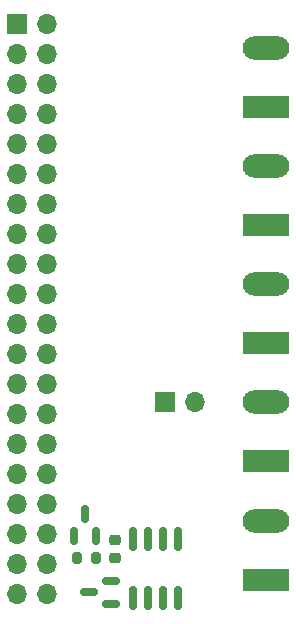
<source format=gbr>
%TF.GenerationSoftware,KiCad,Pcbnew,(6.0.9)*%
%TF.CreationDate,2022-11-25T17:08:00+01:00*%
%TF.ProjectId,gpio_isolated_switches,6770696f-5f69-4736-9f6c-617465645f73,rev?*%
%TF.SameCoordinates,Original*%
%TF.FileFunction,Soldermask,Top*%
%TF.FilePolarity,Negative*%
%FSLAX46Y46*%
G04 Gerber Fmt 4.6, Leading zero omitted, Abs format (unit mm)*
G04 Created by KiCad (PCBNEW (6.0.9)) date 2022-11-25 17:08:00*
%MOMM*%
%LPD*%
G01*
G04 APERTURE LIST*
G04 Aperture macros list*
%AMRoundRect*
0 Rectangle with rounded corners*
0 $1 Rounding radius*
0 $2 $3 $4 $5 $6 $7 $8 $9 X,Y pos of 4 corners*
0 Add a 4 corners polygon primitive as box body*
4,1,4,$2,$3,$4,$5,$6,$7,$8,$9,$2,$3,0*
0 Add four circle primitives for the rounded corners*
1,1,$1+$1,$2,$3*
1,1,$1+$1,$4,$5*
1,1,$1+$1,$6,$7*
1,1,$1+$1,$8,$9*
0 Add four rect primitives between the rounded corners*
20,1,$1+$1,$2,$3,$4,$5,0*
20,1,$1+$1,$4,$5,$6,$7,0*
20,1,$1+$1,$6,$7,$8,$9,0*
20,1,$1+$1,$8,$9,$2,$3,0*%
G04 Aperture macros list end*
%ADD10R,3.960000X1.980000*%
%ADD11O,3.960000X1.980000*%
%ADD12RoundRect,0.200000X0.200000X0.275000X-0.200000X0.275000X-0.200000X-0.275000X0.200000X-0.275000X0*%
%ADD13RoundRect,0.150000X0.587500X0.150000X-0.587500X0.150000X-0.587500X-0.150000X0.587500X-0.150000X0*%
%ADD14RoundRect,0.225000X0.250000X-0.225000X0.250000X0.225000X-0.250000X0.225000X-0.250000X-0.225000X0*%
%ADD15R,1.700000X1.700000*%
%ADD16O,1.700000X1.700000*%
%ADD17RoundRect,0.150000X-0.150000X0.825000X-0.150000X-0.825000X0.150000X-0.825000X0.150000X0.825000X0*%
%ADD18RoundRect,0.150000X0.150000X-0.587500X0.150000X0.587500X-0.150000X0.587500X-0.150000X-0.587500X0*%
G04 APERTURE END LIST*
D10*
%TO.C,J6*%
X105500000Y-91500000D03*
D11*
X105500000Y-86500000D03*
%TD*%
D12*
%TO.C,R11*%
X91122000Y-89662000D03*
X89472000Y-89662000D03*
%TD*%
D10*
%TO.C,J1*%
X105500000Y-81500000D03*
D11*
X105500000Y-76500000D03*
%TD*%
D10*
%TO.C,J3*%
X105500000Y-61495000D03*
D11*
X105500000Y-56495000D03*
%TD*%
D10*
%TO.C,J2*%
X105500000Y-71500000D03*
D11*
X105500000Y-66500000D03*
%TD*%
D13*
%TO.C,U8*%
X92377500Y-93533000D03*
X92377500Y-91633000D03*
X90502500Y-92583000D03*
%TD*%
D14*
%TO.C,C7*%
X92710000Y-89675000D03*
X92710000Y-88125000D03*
%TD*%
D15*
%TO.C,J7*%
X96975000Y-76500000D03*
D16*
X99515000Y-76500000D03*
%TD*%
D17*
%TO.C,U9*%
X98044000Y-88076000D03*
X96774000Y-88076000D03*
X95504000Y-88076000D03*
X94234000Y-88076000D03*
X94234000Y-93026000D03*
X95504000Y-93026000D03*
X96774000Y-93026000D03*
X98044000Y-93026000D03*
%TD*%
D18*
%TO.C,D1*%
X89220000Y-87805500D03*
X91120000Y-87805500D03*
X90170000Y-85930500D03*
%TD*%
D10*
%TO.C,J4*%
X105500000Y-51500000D03*
D11*
X105500000Y-46500000D03*
%TD*%
D15*
%TO.C,J5*%
X84435000Y-44480000D03*
D16*
X86975000Y-44480000D03*
X84435000Y-47020000D03*
X86975000Y-47020000D03*
X84435000Y-49560000D03*
X86975000Y-49560000D03*
X84435000Y-52100000D03*
X86975000Y-52100000D03*
X84435000Y-54640000D03*
X86975000Y-54640000D03*
X84435000Y-57180000D03*
X86975000Y-57180000D03*
X84435000Y-59720000D03*
X86975000Y-59720000D03*
X84435000Y-62260000D03*
X86975000Y-62260000D03*
X84435000Y-64800000D03*
X86975000Y-64800000D03*
X84435000Y-67340000D03*
X86975000Y-67340000D03*
X84435000Y-69880000D03*
X86975000Y-69880000D03*
X84435000Y-72420000D03*
X86975000Y-72420000D03*
X84435000Y-74960000D03*
X86975000Y-74960000D03*
X84435000Y-77500000D03*
X86975000Y-77500000D03*
X84435000Y-80040000D03*
X86975000Y-80040000D03*
X84435000Y-82580000D03*
X86975000Y-82580000D03*
X84435000Y-85120000D03*
X86975000Y-85120000D03*
X84435000Y-87660000D03*
X86975000Y-87660000D03*
X84435000Y-90200000D03*
X86975000Y-90200000D03*
X84435000Y-92740000D03*
X86975000Y-92740000D03*
%TD*%
M02*

</source>
